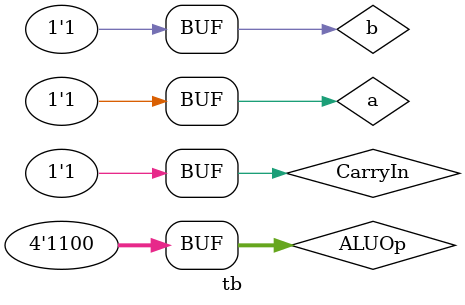
<source format=v>
module tb
  (
  
  );
 
   reg a;
   reg b;
   reg [3:0] ALUOp;
   reg CarryIn;
    wire Result;
    wire CarryOut;
  
  ALU_1_bit alu1
    (
    .a(a),
    .b(b),
    .ALUOp(ALUOp),
    .CarryIn(CarryIn),
    .CarryOut(CarryOut),
    .Result(Result)
  );
  initial 
    begin
      a = 1'b1;
      b = 1'b1;
      ALUOp = 4'b0000;
      CarryIn = 1'b0;
      
      
      
      #10
      ALUOp = 4'b0001;
      
      #10
      ALUOp = 4'b0010;
      
      #10
      CarryIn = 1'b1;
      ALUOp = 4'b0110;
      
      #10
      ALUOp = 4'b1100;
    end
endmodule
  
  
</source>
